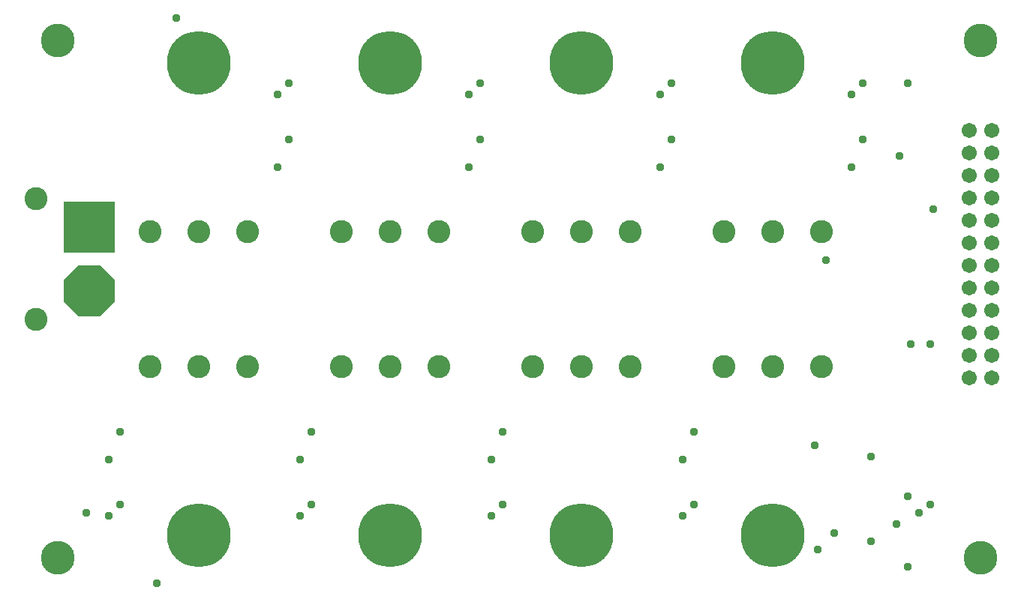
<source format=gbr>
G04 EAGLE Gerber RS-274X export*
G75*
%MOMM*%
%FSLAX34Y34*%
%LPD*%
%INSoldermask Bottom*%
%IPPOS*%
%AMOC8*
5,1,8,0,0,1.08239X$1,22.5*%
G01*
%ADD10C,2.603200*%
%ADD11C,7.203200*%
%ADD12C,1.711200*%
%ADD13C,3.803200*%
%ADD14R,5.819200X5.819200*%
%ADD15P,6.298644X8X112.500000*%
%ADD16C,0.959600*%


D10*
X857250Y419100D03*
X912250Y419100D03*
X802250Y419100D03*
D11*
X857250Y609600D03*
D10*
X641350Y419100D03*
X696350Y419100D03*
X586350Y419100D03*
D11*
X641350Y609600D03*
D10*
X425450Y419100D03*
X480450Y419100D03*
X370450Y419100D03*
D11*
X425450Y609600D03*
D10*
X209550Y419100D03*
X264550Y419100D03*
X154550Y419100D03*
D11*
X209550Y609600D03*
D10*
X857250Y266700D03*
X802250Y266700D03*
X912250Y266700D03*
D11*
X857250Y76200D03*
D10*
X641350Y266700D03*
X586350Y266700D03*
X696350Y266700D03*
D11*
X641350Y76200D03*
D10*
X425450Y266700D03*
X370450Y266700D03*
X480450Y266700D03*
D11*
X425450Y76200D03*
D10*
X209550Y266700D03*
X154550Y266700D03*
X264550Y266700D03*
D11*
X209550Y76200D03*
D12*
X1079500Y533400D03*
X1104900Y533400D03*
X1079500Y508000D03*
X1104900Y508000D03*
X1079500Y482600D03*
X1104900Y482600D03*
X1079500Y457200D03*
X1104900Y457200D03*
X1079500Y431800D03*
X1104900Y431800D03*
X1079500Y406400D03*
X1104900Y406400D03*
X1079500Y381000D03*
X1104900Y381000D03*
X1079500Y355600D03*
X1104900Y355600D03*
X1079500Y330200D03*
X1104900Y330200D03*
X1079500Y304800D03*
X1104900Y304800D03*
X1079500Y279400D03*
X1104900Y279400D03*
X1079500Y254000D03*
X1104900Y254000D03*
D13*
X50800Y635000D03*
X50800Y50800D03*
X1092200Y50800D03*
X1092200Y635000D03*
D14*
X85725Y424425D03*
D15*
X85725Y352425D03*
D10*
X25725Y320425D03*
X25725Y456425D03*
D16*
X927100Y79375D03*
X908050Y60325D03*
X82550Y101600D03*
X161925Y22225D03*
X996950Y88900D03*
X1009650Y120650D03*
X1038225Y444500D03*
X917575Y387350D03*
X768350Y193675D03*
X946150Y574675D03*
X958850Y523875D03*
X742950Y523875D03*
X527050Y523875D03*
X311150Y523875D03*
X755650Y161925D03*
X539750Y161925D03*
X323850Y161925D03*
X107950Y161925D03*
X904875Y177800D03*
X1000125Y504825D03*
X958850Y587375D03*
X742950Y587375D03*
X527050Y587375D03*
X311150Y587375D03*
X755650Y98425D03*
X539750Y98425D03*
X323850Y98425D03*
X107950Y98425D03*
X968375Y69850D03*
X1009650Y587375D03*
X968375Y165100D03*
X552450Y193675D03*
X336550Y193675D03*
X120650Y193675D03*
X946150Y492125D03*
X730250Y492125D03*
X514350Y492125D03*
X298450Y492125D03*
X730250Y574675D03*
X514350Y574675D03*
X298450Y574675D03*
X768350Y111125D03*
X552450Y111125D03*
X336550Y111125D03*
X120650Y111125D03*
X1035050Y111125D03*
X1035050Y292100D03*
X1012825Y292100D03*
X1009650Y41275D03*
X1022350Y101600D03*
X184150Y660400D03*
M02*

</source>
